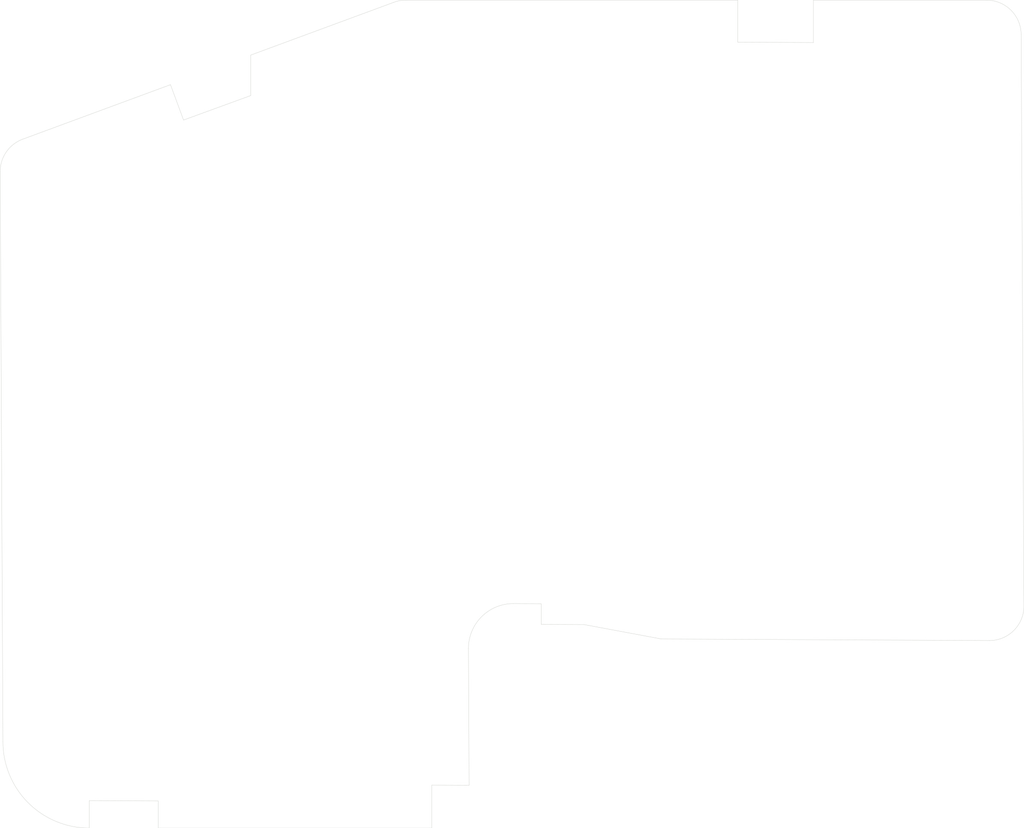
<source format=kicad_pcb>
(kicad_pcb (version 20211014) (generator pcbnew)
  (layers (0 "F.Cu" signal) (31 "B.Cu" signal) (34 "B.Paste" user) (35 "F.Paste" user) (36 "B.SilkS" user "B.Silkscreen") (37 "F.SilkS" user "F.Silkscreen") (38 "B.Mask" user) (39 "F.Mask" user) (44 "Edge.Cuts" user))
  (net 0 "")
  (footprint "plate:MX-Choc-pcb-plate" (layer "F.Cu") (at 113.38 55.71)
    (fp_text reference "REF**" hide)
    (fp_text value "MX-Choc-pcb-plate")
    (pad "" np_thru_hole oval (at 9.5 16.35) (size 14 0.3) (drill oval 14 0.3) (layers F&B.Cu *.Mask))
    (pad "" np_thru_hole oval (at 9.5 3) (size 14 1) (drill oval 14 1) (layers F&B.Cu *.Mask))
    (pad "" np_thru_hole oval (at 6 9.5) (size 7 14) (drill oval 7 14) (layers F&B.Cu *.Mask))
    (pad "" np_thru_hole oval (at 14.75 9.5) (size 3.5 14) (drill oval 3.5 14) (layers F&B.Cu *.Mask))
    (pad "" np_thru_hole oval (at 9.5 16) (size 14 1) (drill oval 14 1) (layers F&B.Cu *.Mask))
    (pad "" np_thru_hole oval (at 2.65 9.5) (size 0.3 14.2) (drill oval 0.3 14.2) (layers F&B.Cu *.Mask))
    (pad "" np_thru_hole oval (at 9.5 2.65) (size 14 0.3) (drill oval 14 0.3) (layers F&B.Cu *.Mask))
    (pad "" np_thru_hole oval (at 16.35 9.5) (size 0.3 14.2) (drill oval 0.3 14.2) (layers F&B.Cu *.Mask))
    (pad "" np_thru_hole circle (at 9.5 9.5) (size 14 14) (drill 14) (layers F&B.Cu *.Mask))
    (pad "" np_thru_hole oval (at 13 9.5) (size 7 14) (drill oval 7 14) (layers F&B.Cu *.Mask))
    (pad "" np_thru_hole oval (at 4.25 9.5) (size 3.5 14) (drill oval 3.5 14) (layers F&B.Cu *.Mask))
  )
  (footprint "plate:MX-Choc-pcb-plate" (layer "F.Cu") (at 75.38 74.71)
    (fp_text reference "REF**" hide)
    (fp_text value "MX-Choc-pcb-plate")
    (pad "" np_thru_hole oval (at 9.5 2.65) (size 14 0.3) (drill oval 14 0.3) (layers F&B.Cu *.Mask))
    (pad "" np_thru_hole oval (at 2.65 9.5) (size 0.3 14.2) (drill oval 0.3 14.2) (layers F&B.Cu *.Mask))
    (pad "" np_thru_hole oval (at 14.75 9.5) (size 3.5 14) (drill oval 3.5 14) (layers F&B.Cu *.Mask))
    (pad "" np_thru_hole oval (at 16.35 9.5) (size 0.3 14.2) (drill oval 0.3 14.2) (layers F&B.Cu *.Mask))
    (pad "" np_thru_hole oval (at 9.5 3) (size 14 1) (drill oval 14 1) (layers F&B.Cu *.Mask))
    (pad "" np_thru_hole oval (at 4.25 9.5) (size 3.5 14) (drill oval 3.5 14) (layers F&B.Cu *.Mask))
    (pad "" np_thru_hole oval (at 9.5 16) (size 14 1) (drill oval 14 1) (layers F&B.Cu *.Mask))
    (pad "" np_thru_hole circle (at 9.5 9.5) (size 14 14) (drill 14) (layers F&B.Cu *.Mask))
    (pad "" np_thru_hole oval (at 6 9.5) (size 7 14) (drill oval 7 14) (layers F&B.Cu *.Mask))
    (pad "" np_thru_hole oval (at 13 9.5) (size 7 14) (drill oval 7 14) (layers F&B.Cu *.Mask))
    (pad "" np_thru_hole oval (at 9.5 16.35) (size 14 0.3) (drill oval 14 0.3) (layers F&B.Cu *.Mask))
  )
  (footprint "plate:MX-Choc-pcb-plate" (layer "F.Cu") (at 113.38 112.71)
    (fp_text reference "REF**" hide)
    (fp_text value "MX-Choc-pcb-plate")
    (pad "" np_thru_hole oval (at 9.5 3) (size 14 1) (drill oval 14 1) (layers F&B.Cu *.Mask))
    (pad "" np_thru_hole oval (at 14.75 9.5) (size 3.5 14) (drill oval 3.5 14) (layers F&B.Cu *.Mask))
    (pad "" np_thru_hole oval (at 2.65 9.5) (size 0.3 14.2) (drill oval 0.3 14.2) (layers F&B.Cu *.Mask))
    (pad "" np_thru_hole oval (at 9.5 2.65) (size 14 0.3) (drill oval 14 0.3) (layers F&B.Cu *.Mask))
    (pad "" np_thru_hole oval (at 4.25 9.5) (size 3.5 14) (drill oval 3.5 14) (layers F&B.Cu *.Mask))
    (pad "" np_thru_hole oval (at 6 9.5) (size 7 14) (drill oval 7 14) (layers F&B.Cu *.Mask))
    (pad "" np_thru_hole oval (at 16.35 9.5) (size 0.3 14.2) (drill oval 0.3 14.2) (layers F&B.Cu *.Mask))
    (pad "" np_thru_hole oval (at 9.5 16.35) (size 14 0.3) (drill oval 14 0.3) (layers F&B.Cu *.Mask))
    (pad "" np_thru_hole oval (at 9.5 16) (size 14 1) (drill oval 14 1) (layers F&B.Cu *.Mask))
    (pad "" np_thru_hole circle (at 9.5 9.5) (size 14 14) (drill 14) (layers F&B.Cu *.Mask))
    (pad "" np_thru_hole oval (at 13 9.5) (size 7 14) (drill oval 7 14) (layers F&B.Cu *.Mask))
  )
  (footprint "plate:MX-Choc-pcb-plate" (layer "F.Cu") (at 151.38 73.71)
    (fp_text reference "REF**" hide)
    (fp_text value "MX-Choc-pcb-plate")
    (pad "" np_thru_hole oval (at 4.25 9.5) (size 3.5 14) (drill oval 3.5 14) (layers F&B.Cu *.Mask))
    (pad "" np_thru_hole oval (at 9.5 16) (size 14 1) (drill oval 14 1) (layers F&B.Cu *.Mask))
    (pad "" np_thru_hole oval (at 9.5 16.35) (size 14 0.3) (drill oval 14 0.3) (layers F&B.Cu *.Mask))
    (pad "" np_thru_hole oval (at 9.5 3) (size 14 1) (drill oval 14 1) (layers F&B.Cu *.Mask))
    (pad "" np_thru_hole oval (at 6 9.5) (size 7 14) (drill oval 7 14) (layers F&B.Cu *.Mask))
    (pad "" np_thru_hole oval (at 14.75 9.5) (size 3.5 14) (drill oval 3.5 14) (layers F&B.Cu *.Mask))
    (pad "" np_thru_hole oval (at 9.5 2.65) (size 14 0.3) (drill oval 14 0.3) (layers F&B.Cu *.Mask))
    (pad "" np_thru_hole oval (at 16.35 9.5) (size 0.3 14.2) (drill oval 0.3 14.2) (layers F&B.Cu *.Mask))
    (pad "" np_thru_hole oval (at 2.65 9.5) (size 0.3 14.2) (drill oval 0.3 14.2) (layers F&B.Cu *.Mask))
    (pad "" np_thru_hole oval (at 13 9.5) (size 7 14) (drill oval 7 14) (layers F&B.Cu *.Mask))
    (pad "" np_thru_hole circle (at 9.5 9.5) (size 14 14) (drill 14) (layers F&B.Cu *.Mask))
  )
  (footprint "plate:MX-Choc-pcb-plate" (layer "F.Cu") (at 75.38 112.71)
    (fp_text reference "REF**" hide)
    (fp_text value "MX-Choc-pcb-plate")
    (pad "" np_thru_hole oval (at 2.65 9.5) (size 0.3 14.2) (drill oval 0.3 14.2) (layers F&B.Cu *.Mask))
    (pad "" np_thru_hole oval (at 9.5 2.65) (size 14 0.3) (drill oval 14 0.3) (layers F&B.Cu *.Mask))
    (pad "" np_thru_hole oval (at 16.35 9.5) (size 0.3 14.2) (drill oval 0.3 14.2) (layers F&B.Cu *.Mask))
    (pad "" np_thru_hole oval (at 13 9.5) (size 7 14) (drill oval 7 14) (layers F&B.Cu *.Mask))
    (pad "" np_thru_hole oval (at 9.5 3) (size 14 1) (drill oval 14 1) (layers F&B.Cu *.Mask))
    (pad "" np_thru_hole oval (at 4.25 9.5) (size 3.5 14) (drill oval 3.5 14) (layers F&B.Cu *.Mask))
    (pad "" np_thru_hole oval (at 6 9.5) (size 7 14) (drill oval 7 14) (layers F&B.Cu *.Mask))
    (pad "" np_thru_hole oval (at 14.75 9.5) (size 3.5 14) (drill oval 3.5 14) (layers F&B.Cu *.Mask))
    (pad "" np_thru_hole oval (at 9.5 16.35) (size 14 0.3) (drill oval 14 0.3) (layers F&B.Cu *.Mask))
    (pad "" np_thru_hole oval (at 9.5 16) (size 14 1) (drill oval 14 1) (layers F&B.Cu *.Mask))
    (pad "" np_thru_hole circle (at 9.5 9.5) (size 14 14) (drill 14) (layers F&B.Cu *.Mask))
  )
  (footprint "plate:MX-Choc-pcb-plate" (layer "F.Cu") (at 56.38 83.71)
    (fp_text reference "REF**" hide)
    (fp_text value "MX-Choc-pcb-plate")
    (pad "" np_thru_hole oval (at 9.5 16.35) (size 14 0.3) (drill oval 14 0.3) (layers F&B.Cu *.Mask))
    (pad "" np_thru_hole oval (at 6 9.5) (size 7 14) (drill oval 7 14) (layers F&B.Cu *.Mask))
    (pad "" np_thru_hole oval (at 13 9.5) (size 7 14) (drill oval 7 14) (layers F&B.Cu *.Mask))
    (pad "" np_thru_hole oval (at 4.25 9.5) (size 3.5 14) (drill oval 3.5 14) (layers F&B.Cu *.Mask))
    (pad "" np_thru_hole oval (at 9.5 16) (size 14 1) (drill oval 14 1) (layers F&B.Cu *.Mask))
    (pad "" np_thru_hole oval (at 2.65 9.5) (size 0.3 14.2) (drill oval 0.3 14.2) (layers F&B.Cu *.Mask))
    (pad "" np_thru_hole oval (at 9.5 2.65) (size 14 0.3) (drill oval 14 0.3) (layers F&B.Cu *.Mask))
    (pad "" np_thru_hole oval (at 14.75 9.5) (size 3.5 14) (drill oval 3.5 14) (layers F&B.Cu *.Mask))
    (pad "" np_thru_hole circle (at 9.5 9.5) (size 14 14) (drill 14) (layers F&B.Cu *.Mask))
    (pad "" np_thru_hole oval (at 16.35 9.5) (size 0.3 14.2) (drill oval 0.3 14.2) (layers F&B.Cu *.Mask))
    (pad "" np_thru_hole oval (at 9.5 3) (size 14 1) (drill oval 14 1) (layers F&B.Cu *.Mask))
  )
  (footprint "plate:MX-Choc-pcb-plate" (layer "F.Cu") (at 37.38 107.71)
    (fp_text reference "REF**" hide)
    (fp_text value "MX-Choc-pcb-plate")
    (pad "" np_thru_hole oval (at 9.5 16) (size 14 1) (drill oval 14 1) (layers F&B.Cu *.Mask))
    (pad "" np_thru_hole oval (at 2.65 9.5) (size 0.3 14.2) (drill oval 0.3 14.2) (layers F&B.Cu *.Mask))
    (pad "" np_thru_hole oval (at 4.25 9.5) (size 3.5 14) (drill oval 3.5 14) (layers F&B.Cu *.Mask))
    (pad "" np_thru_hole oval (at 6 9.5) (size 7 14) (drill oval 7 14) (layers F&B.Cu *.Mask))
    (pad "" np_thru_hole oval (at 14.75 9.5) (size 3.5 14) (drill oval 3.5 14) (layers F&B.Cu *.Mask))
    (pad "" np_thru_hole oval (at 13 9.5) (size 7 14) (drill oval 7 14) (layers F&B.Cu *.Mask))
    (pad "" np_thru_hole oval (at 9.5 16.35) (size 14 0.3) (drill oval 14 0.3) (layers F&B.Cu *.Mask))
    (pad "" np_thru_hole oval (at 9.5 3) (size 14 1) (drill oval 14 1) (layers F&B.Cu *.Mask))
    (pad "" np_thru_hole oval (at 16.35 9.5) (size 0.3 14.2) (drill oval 0.3 14.2) (layers F&B.Cu *.Mask))
    (pad "" np_thru_hole oval (at 9.5 2.65) (size 14 0.3) (drill oval 14 0.3) (layers F&B.Cu *.Mask))
    (pad "" np_thru_hole circle (at 9.5 9.5) (size 14 14) (drill 14) (layers F&B.Cu *.Mask))
  )
  (footprint "plate:MX-Choc-pcb-plate" (layer "F.Cu") (at 132.38 116.71)
    (fp_text reference "REF**" hide)
    (fp_text value "MX-Choc-pcb-plate")
    (pad "" np_thru_hole oval (at 2.65 9.5) (size 0.3 14.2) (drill oval 0.3 14.2) (layers F&B.Cu *.Mask))
    (pad "" np_thru_hole circle (at 9.5 9.5) (size 14 14) (drill 14) (layers F&B.Cu *.Mask))
    (pad "" np_thru_hole oval (at 9.5 3) (size 14 1) (drill oval 14 1) (layers F&B.Cu *.Mask))
    (pad "" np_thru_hole oval (at 9.5 2.65) (size 14 0.3) (drill oval 14 0.3) (layers F&B.Cu *.Mask))
    (pad "" np_thru_hole oval (at 13 9.5) (size 7 14) (drill oval 7 14) (layers F&B.Cu *.Mask))
    (pad "" np_thru_hole oval (at 16.35 9.5) (size 0.3 14.2) (drill oval 0.3 14.2) (layers F&B.Cu *.Mask))
    (pad "" np_thru_hole oval (at 9.5 16) (size 14 1) (drill oval 14 1) (layers F&B.Cu *.Mask))
    (pad "" np_thru_hole oval (at 14.75 9.5) (size 3.5 14) (drill oval 3.5 14) (layers F&B.Cu *.Mask))
    (pad "" np_thru_hole oval (at 4.25 9.5) (size 3.5 14) (drill oval 3.5 14) (layers F&B.Cu *.Mask))
    (pad "" np_thru_hole oval (at 6 9.5) (size 7 14) (drill oval 7 14) (layers F&B.Cu *.Mask))
    (pad "" np_thru_hole oval (at 9.5 16.35) (size 14 0.3) (drill oval 14 0.3) (layers F&B.Cu *.Mask))
  )
  (footprint "plate:MX-Choc-pcb-plate" (layer "F.Cu") (at 37.38 69.71)
    (fp_text reference "REF**" hide)
    (fp_text value "MX-Choc-pcb-plate")
    (pad "" np_thru_hole oval (at 4.25 9.5) (size 3.5 14) (drill oval 3.5 14) (layers F&B.Cu *.Mask))
    (pad "" np_thru_hole oval (at 9.5 2.65) (size 14 0.3) (drill oval 14 0.3) (layers F&B.Cu *.Mask))
    (pad "" np_thru_hole oval (at 9.5 3) (size 14 1) (drill oval 14 1) (layers F&B.Cu *.Mask))
    (pad "" np_thru_hole oval (at 16.35 9.5) (size 0.3 14.2) (drill oval 0.3 14.2) (layers F&B.Cu *.Mask))
    (pad "" np_thru_hole oval (at 13 9.5) (size 7 14) (drill oval 7 14) (layers F&B.Cu *.Mask))
    (pad "" np_thru_hole circle (at 9.5 9.5) (size 14 14) (drill 14) (layers F&B.Cu *.Mask))
    (pad "" np_thru_hole oval (at 9.5 16) (size 14 1) (drill oval 14 1) (layers F&B.Cu *.Mask))
    (pad "" np_thru_hole oval (at 14.75 9.5) (size 3.5 14) (drill oval 3.5 14) (layers F&B.Cu *.Mask))
    (pad "" np_thru_hole oval (at 6 9.5) (size 7 14) (drill oval 7 14) (layers F&B.Cu *.Mask))
    (pad "" np_thru_hole oval (at 2.65 9.5) (size 0.3 14.2) (drill oval 0.3 14.2) (layers F&B.Cu *.Mask))
    (pad "" np_thru_hole oval (at 9.5 16.35) (size 14 0.3) (drill oval 14 0.3) (layers F&B.Cu *.Mask))
  )
  (footprint "plate:MX-Choc-pcb-plate" (layer "F.Cu") (at 37.38 126.71)
    (fp_text reference "REF**" hide)
    (fp_text value "MX-Choc-pcb-plate")
    (pad "" np_thru_hole oval (at 9.5 16.35) (size 14 0.3) (drill oval 14 0.3) (layers F&B.Cu *.Mask))
    (pad "" np_thru_hole oval (at 9.5 2.65) (size 14 0.3) (drill oval 14 0.3) (layers F&B.Cu *.Mask))
    (pad "" np_thru_hole oval (at 16.35 9.5) (size 0.3 14.2) (drill oval 0.3 14.2) (layers F&B.Cu *.Mask))
    (pad "" np_thru_hole oval (at 9.5 3) (size 14 1) (drill oval 14 1) (layers F&B.Cu *.Mask))
    (pad "" np_thru_hole oval (at 6 9.5) (size 7 14) (drill oval 7 14) (layers F&B.Cu *.Mask))
    (pad "" np_thru_hole oval (at 2.65 9.5) (size 0.3 14.2) (drill oval 0.3 14.2) (layers F&B.Cu *.Mask))
    (pad "" np_thru_hole circle (at 9.5 9.5) (size 14 14) (drill 14) (layers F&B.Cu *.Mask))
    (pad "" np_thru_hole oval (at 14.75 9.5) (size 3.5 14) (drill oval 3.5 14) (layers F&B.Cu *.Mask))
    (pad "" np_thru_hole oval (at 4.25 9.5) (size 3.5 14) (drill oval 3.5 14) (layers F&B.Cu *.Mask))
    (pad "" np_thru_hole oval (at 9.5 16) (size 14 1) (drill oval 14 1) (layers F&B.Cu *.Mask))
    (pad "" np_thru_hole oval (at 13 9.5) (size 7 14) (drill oval 7 14) (layers F&B.Cu *.Mask))
  )
  (footprint "plate:MX-Choc-pcb-plate" (layer "F.Cu") (at 151.38 92.71)
    (fp_text reference "REF**" hide)
    (fp_text value "MX-Choc-pcb-plate")
    (pad "" np_thru_hole oval (at 16.35 9.5) (size 0.3 14.2) (drill oval 0.3 14.2) (layers F&B.Cu *.Mask))
    (pad "" np_thru_hole oval (at 14.75 9.5) (size 3.5 14) (drill oval 3.5 14) (layers F&B.Cu *.Mask))
    (pad "" np_thru_hole circle (at 9.5 9.5) (size 14 14) (drill 14) (layers F&B.Cu *.Mask))
    (pad "" np_thru_hole oval (at 9.5 3) (size 14 1) (drill oval 14 1) (layers F&B.Cu *.Mask))
    (pad "" np_thru_hole oval (at 9.5 16) (size 14 1) (drill oval 14 1) (layers F&B.Cu *.Mask))
    (pad "" np_thru_hole oval (at 2.65 9.5) (size 0.3 14.2) (drill oval 0.3 14.2) (layers F&B.Cu *.Mask))
    (pad "" np_thru_hole oval (at 9.5 16.35) (size 14 0.3) (drill oval 14 0.3) (layers F&B.Cu *.Mask))
    (pad "" np_thru_hole oval (at 9.5 2.65) (size 14 0.3) (drill oval 14 0.3) (layers F&B.Cu *.Mask))
    (pad "" np_thru_hole oval (at 4.25 9.5) (size 3.5 14) (drill oval 3.5 14) (layers F&B.Cu *.Mask))
    (pad "" np_thru_hole oval (at 13 9.5) (size 7 14) (drill oval 7 14) (layers F&B.Cu *.Mask))
    (pad "" np_thru_hole oval (at 6 9.5) (size 7 14) (drill oval 7 14) (layers F&B.Cu *.Mask))
  )
  (footprint "plate:MX-Choc-pcb-plate" (layer "F.Cu") (at 94.38 86.71)
    (fp_text reference "REF**" hide)
    (fp_text value "MX-Choc-pcb-plate")
    (pad "" np_thru_hole oval (at 9.5 16.35) (size 14 0.3) (drill oval 14 0.3) (layers F&B.Cu *.Mask))
    (pad "" np_thru_hole oval (at 9.5 16) (size 14 1) (drill oval 14 1) (layers F&B.Cu *.Mask))
    (pad "" np_thru_hole oval (at 14.75 9.5) (size 3.5 14) (drill oval 3.5 14) (layers F&B.Cu *.Mask))
    (pad "" np_thru_hole oval (at 2.65 9.5) (size 0.3 14.2) (drill oval 0.3 14.2) (layers F&B.Cu *.Mask))
    (pad "" np_thru_hole oval (at 6 9.5) (size 7 14) (drill oval 7 14) (layers F&B.Cu *.Mask))
    (pad "" np_thru_hole circle (at 9.5 9.5) (size 14 14) (drill 14) (layers F&B.Cu *.Mask))
    (pad "" np_thru_hole oval (at 9.5 3) (size 14 1) (drill oval 14 1) (layers F&B.Cu *.Mask))
    (pad "" np_thru_hole oval (at 13 9.5) (size 7 14) (drill oval 7 14) (layers F&B.Cu *.Mask))
    (pad "" np_thru_hole oval (at 16.35 9.5) (size 0.3 14.2) (drill oval 0.3 14.2) (layers F&B.Cu *.Mask))
    (pad "" np_thru_hole oval (at 9.5 2.65) (size 14 0.3) (drill oval 14 0.3) (layers F&B.Cu *.Mask))
    (pad "" np_thru_hole oval (at 4.25 9.5) (size 3.5 14) (drill oval 3.5 14) (layers F&B.Cu *.Mask))
  )
  (footprint "plate:MX-Choc-pcb-plate" (layer "F.Cu") (at 75.38 93.71)
    (fp_text reference "REF**" hide)
    (fp_text value "MX-Choc-pcb-plate")
    (pad "" np_thru_hole oval (at 9.5 2.65) (size 14 0.3) (drill oval 14 0.3) (layers F&B.Cu *.Mask))
    (pad "" np_thru_hole oval (at 9.5 16) (size 14 1) (drill oval 14 1) (layers F&B.Cu *.Mask))
    (pad "" np_thru_hole oval (at 9.5 16.35) (size 14 0.3) (drill oval 14 0.3) (layers F&B.Cu *.Mask))
    (pad "" np_thru_hole oval (at 6 9.5) (size 7 14) (drill oval 7 14) (layers F&B.Cu *.Mask))
    (pad "" np_thru_hole oval (at 2.65 9.5) (size 0.3 14.2) (drill oval 0.3 14.2) (layers F&B.Cu *.Mask))
    (pad "" np_thru_hole oval (at 13 9.5) (size 7 14) (drill oval 7 14) (layers F&B.Cu *.Mask))
    (pad "" np_thru_hole oval (at 14.75 9.5) (size 3.5 14) (drill oval 3.5 14) (layers F&B.Cu *.Mask))
    (pad "" np_thru_hole oval (at 9.5 3) (size 14 1) (drill oval 14 1) (layers F&B.Cu *.Mask))
    (pad "" np_thru_hole oval (at 16.35 9.5) (size 0.3 14.2) (drill oval 0.3 14.2) (layers F&B.Cu *.Mask))
    (pad "" np_thru_hole oval (at 4.25 9.5) (size 3.5 14) (drill oval 3.5 14) (layers F&B.Cu *.Mask))
    (pad "" np_thru_hole circle (at 9.5 9.5) (size 14 14) (drill 14) (layers F&B.Cu *.Mask))
  )
  (footprint "plate:MX-Choc-pcb-plate" (layer "F.Cu") (at 94.38 48.71)
    (fp_text reference "REF**" hide)
    (fp_text value "MX-Choc-pcb-plate")
    (pad "" np_thru_hole oval (at 4.25 9.5) (size 3.5 14) (drill oval 3.5 14) (layers F&B.Cu *.Mask))
    (pad "" np_thru_hole oval (at 6 9.5) (size 7 14) (drill oval 7 14) (layers F&B.Cu *.Mask))
    (pad "" np_thru_hole oval (at 16.35 9.5) (size 0.3 14.2) (drill oval 0.3 14.2) (layers F&B.Cu *.Mask))
    (pad "" np_thru_hole oval (at 14.75 9.5) (size 3.5 14) (drill oval 3.5 14) (layers F&B.Cu *.Mask))
    (pad "" np_thru_hole circle (at 9.5 9.5) (size 14 14) (drill 14) (layers F&B.Cu *.Mask))
    (pad "" np_thru_hole oval (at 2.65 9.5) (size 0.3 14.2) (drill oval 0.3 14.2) (layers F&B.Cu *.Mask))
    (pad "" np_thru_hole oval (at 9.5 2.65) (size 14 0.3) (drill oval 14 0.3) (layers F&B.Cu *.Mask))
    (pad "" np_thru_hole oval (at 9.5 16.35) (size 14 0.3) (drill oval 14 0.3) (layers F&B.Cu *.Mask))
    (pad "" np_thru_hole oval (at 9.5 16) (size 14 1) (drill oval 14 1) (layers F&B.Cu *.Mask))
    (pad "" np_thru_hole oval (at 13 9.5) (size 7 14) (drill oval 7 14) (layers F&B.Cu *.Mask))
    (pad "" np_thru_hole oval (at 9.5 3) (size 14 1) (drill oval 14 1) (layers F&B.Cu *.Mask))
  )
  (footprint "plate:MX-Choc-pcb-plate" (layer "F.Cu") (at 56.38 64.71)
    (fp_text reference "REF**" hide)
    (fp_text value "MX-Choc-pcb-plate")
    (pad "" np_thru_hole oval (at 2.65 9.5) (size 0.3 14.2) (drill oval 0.3 14.2) (layers F&B.Cu *.Mask))
    (pad "" np_thru_hole oval (at 9.5 16) (size 14 1) (drill oval 14 1) (layers F&B.Cu *.Mask))
    (pad "" np_thru_hole oval (at 9.5 2.65) (size 14 0.3) (drill oval 14 0.3) (layers F&B.Cu *.Mask))
    (pad "" np_thru_hole oval (at 4.25 9.5) (size 3.5 14) (drill oval 3.5 14) (layers F&B.Cu *.Mask))
    (pad "" np_thru_hole oval (at 14.75 9.5) (size 3.5 14) (drill oval 3.5 14) (layers F&B.Cu *.Mask))
    (pad "" np_thru_hole oval (at 9.5 16.35) (size 14 0.3) (drill oval 14 0.3) (layers F&B.Cu *.Mask))
    (pad "" np_thru_hole oval (at 16.35 9.5) (size 0.3 14.2) (drill oval 0.3 14.2) (layers F&B.Cu *.Mask))
    (pad "" np_thru_hole oval (at 6 9.5) (size 7 14) (drill oval 7 14) (layers F&B.Cu *.Mask))
    (pad "" np_thru_hole oval (at 9.5 3) (size 14 1) (drill oval 14 1) (layers F&B.Cu *.Mask))
    (pad "" np_thru_hole circle (at 9.5 9.5) (size 14 14) (drill 14) (layers F&B.Cu *.Mask))
    (pad "" np_thru_hole oval (at 13 9.5) (size 7 14) (drill oval 7 14) (layers F&B.Cu *.Mask))
  )
  (footprint "plate:MX-Choc-pcb-plate" (layer "F.Cu") (at 156.38 49.71)
    (fp_text reference "REF**" hide)
    (fp_text value "MX-Choc-pcb-plate")
    (pad "" np_thru_hole oval (at 2.65 9.5) (size 0.3 14.2) (drill oval 0.3 14.2) (layers F&B.Cu *.Mask))
    (pad "" np_thru_hole oval (at 9.5 3) (size 14 1) (drill oval 14 1) (layers F&B.Cu *.Mask))
    (pad "" np_thru_hole oval (at 16.35 9.5) (size 0.3 14.2) (drill oval 0.3 14.2) (layers F&B.Cu *.Mask))
    (pad "" np_thru_hole circle (at 9.5 9.5) (size 14 14) (drill 14) (layers F&B.Cu *.Mask))
    (pad "" np_thru_hole oval (at 4.25 9.5) (size 3.5 14) (drill oval 3.5 14) (layers F&B.Cu *.Mask))
    (pad "" np_thru_hole oval (at 9.5 16) (size 14 1) (drill oval 14 1) (layers F&B.Cu *.Mask))
    (pad "" np_thru_hole oval (at 9.5 2.65) (size 14 0.3) (drill oval 14 0.3) (layers F&B.Cu *.Mask))
    (pad "" np_thru_hole oval (at 13 9.5) (size 7 14) (drill oval 7 14) (layers F&B.Cu *.Mask))
    (pad "" np_thru_hole oval (at 14.75 9.5) (size 3.5 14) (drill oval 3.5 14) (layers F&B.Cu *.Mask))
    (pad "" np_thru_hole oval (at 9.5 16.35) (size 14 0.3) (drill oval 14 0.3) (layers F&B.Cu *.Mask))
    (pad "" np_thru_hole oval (at 6 9.5) (size 7 14) (drill oval 7 14) (layers F&B.Cu *.Mask))
  )
  (footprint "plate:MX-Choc-pcb-plate" (layer "F.Cu") (at 75.38 131.71)
    (fp_text reference "REF**" hide)
    (fp_text value "MX-Choc-pcb-plate")
    (pad "" np_thru_hole circle (at 9.5 9.5) (size 14 14) (drill 14) (layers F&B.Cu *.Mask))
    (pad "" np_thru_hole oval (at 9.5 2.65) (size 14 0.3) (drill oval 14 0.3) (layers F&B.Cu *.Mask))
    (pad "" np_thru_hole oval (at 9.5 16) (size 14 1) (drill oval 14 1) (layers F&B.Cu *.Mask))
    (pad "" np_thru_hole oval (at 16.35 9.5) (size 0.3 14.2) (drill oval 0.3 14.2) (layers F&B.Cu *.Mask))
    (pad "" np_thru_hole oval (at 14.75 9.5) (size 3.5 14) (drill oval 3.5 14) (layers F&B.Cu *.Mask))
    (pad "" np_thru_hole oval (at 6 9.5) (size 7 14) (drill oval 7 14) (layers F&B.Cu *.Mask))
    (pad "" np_thru_hole oval (at 2.65 9.5) (size 0.3 14.2) (drill oval 0.3 14.2) (layers F&B.Cu *.Mask))
    (pad "" np_thru_hole oval (at 13 9.5) (size 7 14) (drill oval 7 14) (layers F&B.Cu *.Mask))
    (pad "" np_thru_hole oval (at 9.5 16.35) (size 14 0.3) (drill oval 14 0.3) (layers F&B.Cu *.Mask))
    (pad "" np_thru_hole oval (at 4.25 9.5) (size 3.5 14) (drill oval 3.5 14) (layers F&B.Cu *.Mask))
    (pad "" np_thru_hole oval (at 9.5 3) (size 14 1) (drill oval 14 1) (layers F&B.Cu *.Mask))
  )
  (footprint "plate:MX-Choc-pcb-plate" (layer "F.Cu") (at 56.38 102.71)
    (fp_text reference "REF**" hide)
    (fp_text value "MX-Choc-pcb-plate")
    (pad "" np_thru_hole oval (at 16.35 9.5) (size 0.3 14.2) (drill oval 0.3 14.2) (layers F&B.Cu *.Mask))
    (pad "" np_thru_hole oval (at 2.65 9.5) (size 0.3 14.2) (drill oval 0.3 14.2) (layers F&B.Cu *.Mask))
    (pad "" np_thru_hole oval (at 9.5 2.65) (size 14 0.3) (drill oval 14 0.3) (layers F&B.Cu *.Mask))
    (pad "" np_thru_hole oval (at 9.5 16.35) (size 14 0.3) (drill oval 14 0.3) (layers F&B.Cu *.Mask))
    (pad "" np_thru_hole oval (at 9.5 3) (size 14 1) (drill oval 14 1) (layers F&B.Cu *.Mask))
    (pad "" np_thru_hole oval (at 4.25 9.5) (size 3.5 14) (drill oval 3.5 14) (layers F&B.Cu *.Mask))
    (pad "" np_thru_hole oval (at 9.5 16) (size 14 1) (drill oval 14 1) (layers F&B.Cu *.Mask))
    (pad "" np_thru_hole oval (at 13 9.5) (size 7 14) (drill oval 7 14) (layers F&B.Cu *.Mask))
    (pad "" np_thru_hole oval (at 6 9.5) (size 7 14) (drill oval 7 14) (layers F&B.Cu *.Mask))
    (pad "" np_thru_hole circle (at 9.5 9.5) (size 14 14) (drill 14) (layers F&B.Cu *.Mask))
    (pad "" np_thru_hole oval (at 14.75 9.5) (size 3.5 14) (drill oval 3.5 14) (layers F&B.Cu *.Mask))
  )
  (footprint "plate:MX-Choc-pcb-plate" (layer "F.Cu") (at 75.38 55.71)
    (fp_text reference "REF**" hide)
    (fp_text value "MX-Choc-pcb-plate")
    (pad "" np_thru_hole oval (at 9.5 16.35) (size 14 0.3) (drill oval 14 0.3) (layers F&B.Cu *.Mask))
    (pad "" np_thru_hole oval (at 4.25 9.5) (size 3.5 14) (drill oval 3.5 14) (layers F&B.Cu *.Mask))
    (pad "" np_thru_hole circle (at 9.5 9.5) (size 14 14) (drill 14) (layers F&B.Cu *.Mask))
    (pad "" np_thru_hole oval (at 9.5 3) (size 14 1) (drill oval 14 1) (layers F&B.Cu *.Mask))
    (pad "" np_thru_hole oval (at 6 9.5) (size 7 14) (drill oval 7 14) (layers F&B.Cu *.Mask))
    (pad "" np_thru_hole oval (at 14.75 9.5) (size 3.5 14) (drill oval 3.5 14) (layers F&B.Cu *.Mask))
    (pad "" np_thru_hole oval (at 9.5 16) (size 14 1) (drill oval 14 1) (layers F&B.Cu *.Mask))
    (pad "" np_thru_hole oval (at 13 9.5) (size 7 14) (drill oval 7 14) (layers F&B.Cu *.Mask))
    (pad "" np_thru_hole oval (at 16.35 9.5) (size 0.3 14.2) (drill oval 0.3 14.2) (layers F&B.Cu *.Mask))
    (pad "" np_thru_hole oval (at 2.65 9.5) (size 0.3 14.2) (drill oval 0.3 14.2) (layers F&B.Cu *.Mask))
    (pad "" np_thru_hole oval (at 9.5 2.65) (size 14 0.3) (drill oval 14 0.3) (layers F&B.Cu *.Mask))
  )
  (footprint "plate:MX-Choc-pcb-plate" (layer "F.Cu") (at 94.38 105.71)
    (fp_text reference "REF**" hide)
    (fp_text value "MX-Choc-pcb-plate")
    (pad "" np_thru_hole oval (at 6 9.5) (size 7 14) (drill oval 7 14) (layers F&B.Cu *.Mask))
    (pad "" np_thru_hole oval (at 4.25 9.5) (size 3.5 14) (drill oval 3.5 14) (layers F&B.Cu *.Mask))
    (pad "" np_thru_hole oval (at 14.75 9.5) (size 3.5 14) (drill oval 3.5 14) (layers F&B.Cu *.Mask))
    (pad "" np_thru_hole circle (at 9.5 9.5) (size 14 14) (drill 14) (layers F&B.Cu *.Mask))
    (pad "" np_thru_hole oval (at 13 9.5) (size 7 14) (drill oval 7 14) (layers F&B.Cu *.Mask))
    (pad "" np_thru_hole oval (at 9.5 3) (size 14 1) (drill oval 14 1) (layers F&B.Cu *.Mask))
    (pad "" np_thru_hole oval (at 9.5 16.35) (size 14 0.3) (drill oval 14 0.3) (layers F&B.Cu *.Mask))
    (pad "" np_thru_hole oval (at 9.5 16) (size 14 1) (drill oval 14 1) (layers F&B.Cu *.Mask))
    (pad "" np_thru_hole oval (at 16.35 9.5) (size 0.3 14.2) (drill oval 0.3 14.2) (layers F&B.Cu *.Mask))
    (pad "" np_thru_hole oval (at 2.65 9.5) (size 0.3 14.2) (drill oval 0.3 14.2) (layers F&B.Cu *.Mask))
    (pad "" np_thru_hole oval (at 9.5 2.65) (size 14 0.3) (drill oval 14 0.3) (layers F&B.Cu *.Mask))
  )
  (footprint "plate:MX-Choc-pcb-plate" (layer "F.Cu") (at 94.38 67.71)
    (fp_text reference "REF**" hide)
    (fp_text value "MX-Choc-pcb-plate")
    (pad "" np_thru_hole oval (at 9.5 16.35) (size 14 0.3) (drill oval 14 0.3) (layers F&B.Cu *.Mask))
    (pad "" np_thru_hole oval (at 2.65 9.5) (size 0.3 14.2) (drill oval 0.3 14.2) (layers F&B.Cu *.Mask))
    (pad "" np_thru_hole oval (at 9.5 16) (size 14 1) (drill oval 14 1) (layers F&B.Cu *.Mask))
    (pad "" np_thru_hole oval (at 4.25 9.5) (size 3.5 14) (drill oval 3.5 14) (layers F&B.Cu *.Mask))
    (pad "" np_thru_hole oval (at 13 9.5) (size 7 14) (drill oval 7 14) (layers F&B.Cu *.Mask))
    (pad "" np_thru_hole oval (at 9.5 2.65) (size 14 0.3) (drill oval 14 0.3) (layers F&B.Cu *.Mask))
    (pad "" np_thru_hole oval (at 14.75 9.5) (size 3.5 14) (drill oval 3.5 14) (layers F&B.Cu *.Mask))
    (pad "" np_thru_hole oval (at 16.35 9.5) (size 0.3 14.2) (drill oval 0.3 14.2) (layers F&B.Cu *.Mask))
    (pad "" np_thru_hole circle (at 9.5 9.5) (size 14 14) (drill 14) (layers F&B.Cu *.Mask))
    (pad "" np_thru_hole oval (at 6 9.5) (size 7 14) (drill oval 7 14) (layers F&B.Cu *.Mask))
    (pad "" np_thru_hole oval (at 9.5 3) (size 14 1) (drill oval 14 1) (layers F&B.Cu *.Mask))
  )
  (footprint "plate:MX-Choc-pcb-plate" (layer "F.Cu") (at 113.38 93.71)
    (fp_text reference "REF**" hide)
    (fp_text value "MX-Choc-pcb-plate")
    (pad "" np_thru_hole oval (at 2.65 9.5) (size 0.3 14.2) (drill oval 0.3 14.2) (layers F&B.Cu *.Mask))
    (pad "" np_thru_hole oval (at 9.5 2.65) (size 14 0.3) (drill oval 14 0.3) (layers F&B.Cu *.Mask))
    (pad "" np_thru_hole oval (at 9.5 16.35) (size 14 0.3) (drill oval 14 0.3) (layers F&B.Cu *.Mask))
    (pad "" np_thru_hole circle (at 9.5 9.5) (size 14 14) (drill 14) (layers F&B.Cu *.Mask))
    (pad "" np_thru_hole oval (at 14.75 9.5) (size 3.5 14) (drill oval 3.5 14) (layers F&B.Cu *.Mask))
    (pad "" np_thru_hole oval (at 9.5 16) (size 14 1) (drill oval 14 1) (layers F&B.Cu *.Mask))
    (pad "" np_thru_hole oval (at 4.25 9.5) (size 3.5 14) (drill oval 3.5 14) (layers F&B.Cu *.Mask))
    (pad "" np_thru_hole oval (at 6 9.5) (size 7 14) (drill oval 7 14) (layers F&B.Cu *.Mask))
    (pad "" np_thru_hole oval (at 13 9.5) (size 7 14) (drill oval 7 14) (layers F&B.Cu *.Mask))
    (pad "" np_thru_hole oval (at 16.35 9.5) (size 0.3 14.2) (drill oval 0.3 14.2) (layers F&B.Cu *.Mask))
    (pad "" np_thru_hole oval (at 9.5 3) (size 14 1) (drill oval 14 1) (layers F&B.Cu *.Mask))
  )
  (footprint "plate:MX-Choc-pcb-plate" (layer "F.Cu") (at 151.38 111.71)
    (fp_text reference "REF**" hide)
    (fp_text value "MX-Choc-pcb-plate")
    (pad "" np_thru_hole oval (at 9.5 16) (size 14 1) (drill oval 14 1) (layers F&B.Cu *.Mask))
    (pad "" np_thru_hole oval (at 4.25 9.5) (size 3.5 14) (drill oval 3.5 14) (layers F&B.Cu *.Mask))
    (pad "" np_thru_hole circle (at 9.5 9.5) (size 14 14) (drill 14) (layers F&B.Cu *.Mask))
    (pad "" np_thru_hole oval (at 6 9.5) (size 7 14) (drill oval 7 14) (layers F&B.Cu *.Mask))
    (pad "" np_thru_hole oval (at 9.5 3) (size 14 1) (drill oval 14 1) (layers F&B.Cu *.Mask))
    (pad "" np_thru_hole oval (at 2.65 9.5) (size 0.3 14.2) (drill oval 0.3 14.2) (layers F&B.Cu *.Mask))
    (pad "" np_thru_hole oval (at 9.5 16.35) (size 14 0.3) (drill oval 14 0.3) (layers F&B.Cu *.Mask))
    (pad "" np_thru_hole oval (at 16.35 9.5) (size 0.3 14.2) (drill oval 0.3 14.2) (layers F&B.Cu *.Mask))
    (pad "" np_thru_hole oval (at 9.5 2.65) (size 14 0.3) (drill oval 14 0.3) (layers F&B.Cu *.Mask))
    (pad "" np_thru_hole oval (at 14.75 9.5) (size 3.5 14) (drill oval 3.5 14) (layers F&B.Cu *.Mask))
    (pad "" np_thru_hole oval (at 13 9.5) (size 7 14) (drill oval 7 14) (layers F&B.Cu *.Mask))
  )
  (footprint "plate:MX-Choc-pcb-plate" (layer "F.Cu") (at 132.38 78.71)
    (fp_text reference "REF**" hide)
    (fp_text value "MX-Choc-pcb-plate")
    (pad "" np_thru_hole oval (at 9.5 16) (size 14 1) (drill oval 14 1) (layers F&B.Cu *.Mask))
    (pad "" np_thru_hole circle (at 9.5 9.5) (size 14 14) (drill 14) (layers F&B.Cu *.Mask))
    (pad "" np_thru_hole oval (at 9.5 3) (size 14 1) (drill oval 14 1) (layers F&B.Cu *.Mask))
    (pad "" np_thru_hole oval (at 13 9.5) (size 7 14) (drill oval 7 14) (layers F&B.Cu *.Mask))
    (pad "" np_thru_hole oval (at 9.5 16.35) (size 14 0.3) (drill oval 14 0.3) (layers F&B.Cu *.Mask))
    (pad "" np_thru_hole oval (at 9.5 2.65) (size 14 0.3) (drill oval 14 0.3) (layers F&B.Cu *.Mask))
    (pad "" np_thru_hole oval (at 4.25 9.5) (size 3.5 14) (drill oval 3.5 14) (layers F&B.Cu *.Mask))
    (pad "" np_thru_hole oval (at 14.75 9.5) (size 3.5 14) (drill oval 3.5 14) (layers F&B.Cu *.Mask))
    (pad "" np_thru_hole oval (at 6 9.5) (size 7 14) (drill oval 7 14) (layers F&B.Cu *.Mask))
    (pad "" np_thru_hole oval (at 2.65 9.5) (size 0.3 14.2) (drill oval 0.3 14.2) (layers F&B.Cu *.Mask))
    (pad "" np_thru_hole oval (at 16.35 9.5) (size 0.3 14.2) (drill oval 0.3 14.2) (layers F&B.Cu *.Mask))
  )
  (footprint "plate:MX-Choc-pcb-plate" (layer "F.Cu") (at 56.38 140.71)
    (fp_text reference "REF**" hide)
    (fp_text value "MX-Choc-pcb-plate")
    (pad "" np_thru_hole oval (at 16.35 9.5) (size 0.3 14.2) (drill oval 0.3 14.2) (layers F&B.Cu *.Mask))
    (pad "" np_thru_hole oval (at 9.5 16.35) (size 14 0.3) (drill oval 14 0.3) (layers F&B.Cu *.Mask))
    (pad "" np_thru_hole oval (at 4.25 9.5) (size 3.5 14) (drill oval 3.5 14) (layers F&B.Cu *.Mask))
    (pad "" np_thru_hole circle (at 9.5 9.5) (size 14 14) (drill 14) (layers F&B.Cu *.Mask))
    (pad "" np_thru_hole oval (at 9.5 3) (size 14 1) (drill oval 14 1) (layers F&B.Cu *.Mask))
    (pad "" np_thru_hole oval (at 6 9.5) (size 7 14) (drill oval 7 14) (layers F&B.Cu *.Mask))
    (pad "" np_thru_hole oval (at 9.5 2.65) (size 14 0.3) (drill oval 14 0.3) (layers F&B.Cu *.Mask))
    (pad "" np_thru_hole oval (at 2.65 9.5) (size 0.3 14.2) (drill oval 0.3 14.2) (layers F&B.Cu *.Mask))
    (pad "" np_thru_hole oval (at 14.75 9.5) (size 3.5 14) (drill oval 3.5 14) (layers F&B.Cu *.Mask))
    (pad "" np_thru_hole oval (at 9.5 16) (size 14 1) (drill oval 14 1) (layers F&B.Cu *.Mask))
    (pad "" np_thru_hole oval (at 13 9.5) (size 7 14) (drill oval 7 14) (layers F&B.Cu *.Mask))
  )
  (footprint "plate:MX-Choc-pcb-plate" (layer "F.Cu") (at 56.38 121.71)
    (fp_text reference "REF**" hide)
    (fp_text value "MX-Choc-pcb-plate")
    (pad "" np_thru_hole circle (at 9.5 9.5) (size 14 14) (drill 14) (layers F&B.Cu *.Mask))
    (pad "" np_thru_hole oval (at 16.35 9.5) (size 0.3 14.2) (drill oval 0.3 14.2) (layers F&B.Cu *.Mask))
    (pad "" np_thru_hole oval (at 9.5 16.35) (size 14 0.3) (drill oval 14 0.3) (layers F&B.Cu *.Mask))
    (pad "" np_thru_hole oval (at 9.5 2.65) (size 14 0.3) (drill oval 14 0.3) (layers F&B.Cu *.Mask))
    (pad "" np_thru_hole oval (at 2.65 9.5) (size 0.3 14.2) (drill oval 0.3 14.2) (layers F&B.Cu *.Mask))
    (pad "" np_thru_hole oval (at 6 9.5) (size 7 14) (drill oval 7 14) (layers F&B.Cu *.Mask))
    (pad "" np_thru_hole oval (at 4.25 9.5) (size 3.5 14) (drill oval 3.5 14) (layers F&B.Cu *.Mask))
    (pad "" np_thru_hole oval (at 9.5 16) (size 14 1) (drill oval 14 1) (layers F&B.Cu *.Mask))
    (pad "" np_thru_hole oval (at 14.75 9.5) (size 3.5 14) (drill oval 3.5 14) (layers F&B.Cu *.Mask))
    (pad "" np_thru_hole oval (at 9.5 3) (size 14 1) (drill oval 14 1) (layers F&B.Cu *.Mask))
    (pad "" np_thru_hole oval (at 13 9.5) (size 7 14) (drill oval 7 14) (layers F&B.Cu *.Mask))
  )
  (footprint "plate:MX-Choc-pcb-plate" (layer "F.Cu") (at 37.38 88.71)
    (fp_text reference "REF**" hide)
    (fp_text value "MX-Choc-pcb-plate")
    (pad "" np_thru_hole oval (at 13 9.5) (size 7 14) (drill oval 7 14) (layers F&B.Cu *.Mask))
    (pad "" np_thru_hole oval (at 14.75 9.5) (size 3.5 14) (drill oval 3.5 14) (layers F&B.Cu *.Mask))
    (pad "" np_thru_hole oval (at 2.65 9.5) (size 0.3 14.2) (drill oval 0.3 14.2) (layers F&B.Cu *.Mask))
    (pad "" np_thru_hole oval (at 4.25 9.5) (size 3.5 14) (drill oval 3.5 14) (layers F&B.Cu *.Mask))
    (pad "" np_thru_hole oval (at 9.5 16.35) (size 14 0.3) (drill oval 14 0.3) (layers F&B.Cu *.Mask))
    (pad "" np_thru_hole oval (at 9.5 3) (size 14 1) (drill oval 14 1) (layers F&B.Cu *.Mask))
    (pad "" np_thru_hole oval (at 16.35 9.5) (size 0.3 14.2) (drill oval 0.3 14.2) (layers F&B.Cu *.Mask))
    (pad "" np_thru_hole oval (at 9.5 2.65) (size 14 0.3) (drill oval 14 0.3) (layers F&B.Cu *.Mask))
    (pad "" np_thru_hole oval (at 9.5 16) (size 14 1) (drill oval 14 1) (layers F&B.Cu *.Mask))
    (pad "" np_thru_hole circle (at 9.5 9.5) (size 14 14) (drill 14) (layers F&B.Cu *.Mask))
    (pad "" np_thru_hole oval (at 6 9.5) (size 7 14) (drill oval 7 14) (layers F&B.Cu *.Mask))
  )
  (footprint "plate:MX-Choc-pcb-plate" (layer "F.Cu") (at 132.38 97.71)
    (fp_text reference "REF**" hide)
    (fp_text value "MX-Choc-pcb-plate")
    (pad "" np_thru_hole oval (at 14.75 9.5) (size 3.5 14) (drill oval 3.5 14) (layers F&B.Cu *.Mask))
    (pad "" np_thru_hole oval (at 2.65 9.5) (size 0.3 14.2) (drill oval 0.3 14.2) (layers F&B.Cu *.Mask))
    (pad "" np_thru_hole oval (at 16.35 9.5) (size 0.3 14.2) (drill oval 0.3 14.2) (layers F&B.Cu *.Mask))
    (pad "" np_thru_hole oval (at 4.25 9.5) (size 3.5 14) (drill oval 3.5 14) (layers F&B.Cu *.Mask))
    (pad "" np_thru_hole oval (at 13 9.5) (size 7 14) (drill oval 7 14) (layers F&B.Cu *.Mask))
    (pad "" np_thru_hole oval (at 9.5 16.35) (size 14 0.3) (drill oval 14 0.3) (layers F&B.Cu *.Mask))
    (pad "" np_thru_hole circle (at 9.5 9.5) (size 14 14) (drill 14) (layers F&B.Cu *.Mask))
    (pad "" np_thru_hole oval (at 9.5 3) (size 14 1) (drill oval 14 1) (layers F&B.Cu *.Mask))
    (pad "" np_thru_hole oval (at 6 9.5) (size 7 14) (drill oval 7 14) (layers F&B.Cu *.Mask))
    (pad "" np_thru_hole oval (at 9.5 2.65) (size 14 0.3) (drill oval 14 0.3) (layers F&B.Cu *.Mask))
    (pad "" np_thru_hole oval (at 9.5 16) (size 14 1) (drill oval 14 1) (layers F&B.Cu *.Mask))
  )
  (footprint "plate:MX-Choc-pcb-plate" (layer "F.Cu") (at 113.38 74.71)
    (fp_text reference "REF**" hide)
    (fp_text value "MX-Choc-pcb-plate")
    (pad "" np_thru_hole oval (at 9.5 16.35) (size 14 0.3) (drill oval 14 0.3) (layers F&B.Cu *.Mask))
    (pad "" np_thru_hole oval (at 4.25 9.5) (size 3.5 14) (drill oval 3.5 14) (layers F&B.Cu *.Mask))
    (pad "" np_thru_hole oval (at 9.5 16) (size 14 1) (drill oval 14 1) (layers F&B.Cu *.Mask))
    (pad "" np_thru_hole oval (at 2.65 9.5) (size 0.3 14.2) (drill oval 0.3 14.2) (layers F&B.Cu *.Mask))
    (pad "" np_thru_hole oval (at 16.35 9.5) (size 0.3 14.2) (drill oval 0.3 14.2) (layers F&B.Cu *.Mask))
    (pad "" np_thru_hole oval (at 13 9.5) (size 7 14) (drill oval 7 14) (layers F&B.Cu *.Mask))
    (pad "" np_thru_hole oval (at 6 9.5) (size 7 14) (drill oval 7 14) (layers F&B.Cu *.Mask))
    (pad "" np_thru_hole oval (at 14.75 9.5) (size 3.5 14) (drill oval 3.5 14) (layers F&B.Cu *.Mask))
    (pad "" np_thru_hole circle (at 9.5 9.5) (size 14 14) (drill 14) (layers F&B.Cu *.Mask))
    (pad "" np_thru_hole oval (at 9.5 3) (size 14 1) (drill oval 14 1) (layers F&B.Cu *.Mask))
    (pad "" np_thru_hole oval (at 9.5 2.65) (size 14 0.3) (drill oval 14 0.3) (layers F&B.Cu *.Mask))
  )
  (footprint "plate:MX-Choc-pcb-plate" (layer "F.Cu") (at 132.38 59.71)
    (fp_text reference "REF**" hide)
    (fp_text value "MX-Choc-pcb-plate")
    (pad "" np_thru_hole oval (at 14.75 9.5) (size 3.5 14) (drill oval 3.5 14) (layers F&B.Cu *.Mask))
    (pad "" np_thru_hole circle (at 9.5 9.5) (size 14 14) (drill 14) (layers F&B.Cu *.Mask))
    (pad "" np_thru_hole oval (at 2.65 9.5) (size 0.3 14.2) (drill oval 0.3 14.2) (layers F&B.Cu *.Mask))
    (pad "" np_thru_hole oval (at 13 9.5) (size 7 14) (drill oval 7 14) (layers F&B.Cu *.Mask))
    (pad "" np_thru_hole oval (at 9.5 16.35) (size 14 0.3) (drill oval 14 0.3) (layers F&B.Cu *.Mask))
    (pad "" np_thru_hole oval (at 9.5 2.65) (size 14 0.3) (drill oval 14 0.3) (layers F&B.Cu *.Mask))
    (pad "" np_thru_hole oval (at 9.5 16) (size 14 1) (drill oval 14 1) (layers F&B.Cu *.Mask))
    (pad "" np_thru_hole oval (at 4.25 9.5) (size 3.5 14) (drill oval 3.5 14) (layers F&B.Cu *.Mask))
    (pad "" np_thru_hole oval (at 9.5 3) (size 14 1) (drill oval 14 1) (layers F&B.Cu *.Mask))
    (pad "" np_thru_hole oval (at 6 9.5) (size 7 14) (drill oval 7 14) (layers F&B.Cu *.Mask))
    (pad "" np_thru_hole oval (at 16.35 9.5) (size 0.3 14.2) (drill oval 0.3 14.2) (layers F&B.Cu *.Mask))
  )
  (gr_line (start 149.9967 45) (end 175 45) (layer "Edge.Cuts") (width 0.05))
  (gr_arc (start 180.41412 132.6128) (mid 178.953221 136.139721) (end 175.4263 137.60062) (layer "Edge.Cuts") (width 0.05))
  (gr_line (start 35.7098 65.108) (end 57.0808 57.22) (layer "Edge.Cuts") (width 0.05))
  (gr_line (start 32.8698 152.2392) (end 32.46898 69.789) (layer "Edge.Cuts") (width 0.05))
  (gr_line (start 68.6768 52.94) (end 89.3578 45.307) (layer "Edge.Cuts") (width 0.05))
  (gr_line (start 175.4263 137.6006) (end 128.0153 137.3699) (layer "Edge.Cuts") (width 0.05))
  (gr_line (start 57.0808 57.22) (end 58.9688 62.334) (layer "Edge.Cuts") (width 0.05))
  (gr_line (start 91.0808 45) (end 139.0597 45) (layer "Edge.Cuts") (width 0.05))
  (gr_line (start 128.0153 137.3699) (end 116.8628 135.2918) (layer "Edge.Cuts") (width 0.05))
  (gr_line (start 110.6478 132.2738) (end 110.6618 135.2617) (layer "Edge.Cuts") (width 0.05))
  (gr_line (start 139.0597 51.075) (end 149.9967 51.128) (layer "Edge.Cuts") (width 0.05))
  (gr_line (start 139.0597 45) (end 139.0597 51.075) (layer "Edge.Cuts") (width 0.05))
  (gr_line (start 180.0121 49.988) (end 180.4141 132.6128) (layer "Edge.Cuts") (width 0.05))
  (gr_line (start 149.9967 51.128) (end 149.9967 45) (layer "Edge.Cuts") (width 0.05))
  (gr_line (start 100.1398 138.7384) (end 100.2358 158.5232) (layer "Edge.Cuts") (width 0.05))
  (gr_line (start 45.3398 160.7427) (end 45.3398 164.7088) (layer "Edge.Cuts") (width 0.05))
  (gr_arc (start 100.13963 138.7384) (mid 102.038799 134.153399) (end 106.6238 132.25423) (layer "Edge.Cuts") (width 0.05))
  (gr_line (start 55.2988 160.7911) (end 45.3398 160.7427) (layer "Edge.Cuts") (width 0.05))
  (gr_line (start 94.8508 164.7089) (end 55.2988 164.7089) (layer "Edge.Cuts") (width 0.05))
  (gr_line (start 58.9688 62.334) (end 68.6768 58.792) (layer "Edge.Cuts") (width 0.05))
  (gr_arc (start 89.3578 45.307) (mid 90.205431 45.075661) (end 91.0808 45) (layer "Edge.Cuts") (width 0.05))
  (gr_arc (start 175.000029 45.000119) (mid 178.542715 46.452423) (end 180.01224 49.988) (layer "Edge.Cuts") (width 0.05))
  (gr_line (start 94.8508 158.4969) (end 94.8508 164.7089) (layer "Edge.Cuts") (width 0.05))
  (gr_line (start 100.2358 158.5232) (end 94.8508 158.4969) (layer "Edge.Cuts") (width 0.05))
  (gr_line (start 110.6478 132.2738) (end 106.6238 132.2542) (layer "Edge.Cuts") (width 0.05))
  (gr_arc (start 45.3398 164.7088) (mid 36.52232 161.056563) (end 32.8698 152.2392) (layer "Edge.Cuts") (width 0.05))
  (gr_line (start 68.6768 58.792) (end 68.6768 52.94) (layer "Edge.Cuts") (width 0.05))
  (gr_line (start 55.2988 164.7089) (end 55.2988 160.7911) (layer "Edge.Cuts") (width 0.05))
  (gr_line (start 116.8628 135.2918) (end 110.6618 135.2617) (layer "Edge.Cuts") (width 0.05))
  (gr_arc (start 32.46898 69.789) (mid 33.358249 66.942305) (end 35.7098 65.108) (layer "Edge.Cuts") (width 0.05))
)
</source>
